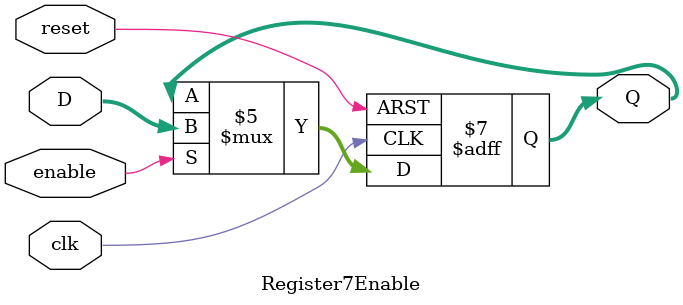
<source format=v>

module Register7Enable (
    input wire [6:0] D,
    input wire clk,
    input wire reset,
    input wire enable,
    output reg [6:0] Q
);

always @(posedge clk, posedge reset) begin
    if(reset == 1'b1)
        Q <= 7'b0000_000;
    else if(enable == 1'b1)
        Q <= D;
    else 
        Q <= Q;
end
    
endmodule
</source>
